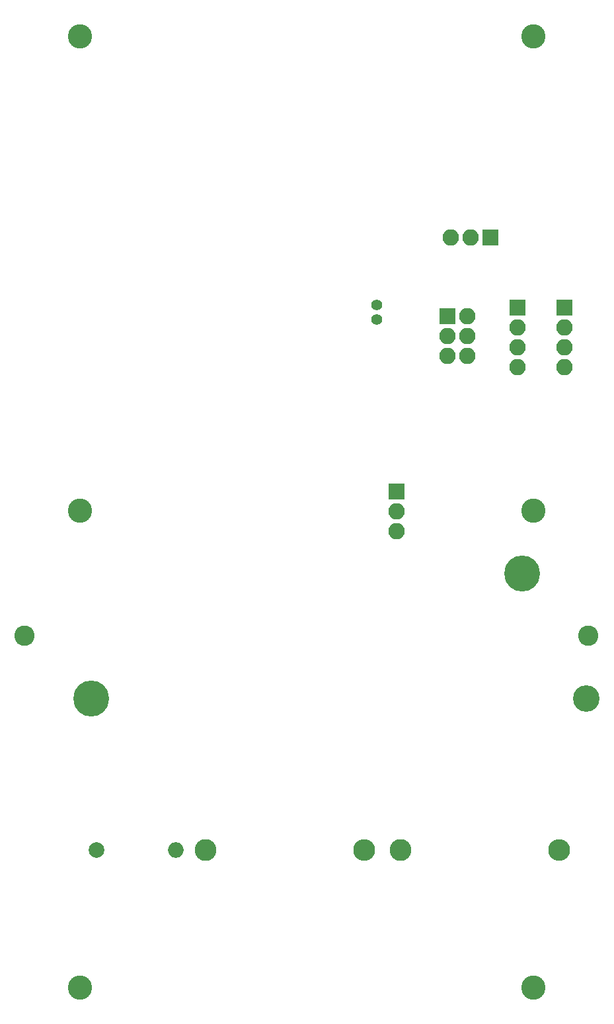
<source format=gbs>
G04 #@! TF.GenerationSoftware,KiCad,Pcbnew,(5.0.0)*
G04 #@! TF.CreationDate,2019-07-08T16:39:32+02:00*
G04 #@! TF.ProjectId,lofence,6C6F66656E63652E6B696361645F7063,rev?*
G04 #@! TF.SameCoordinates,Original*
G04 #@! TF.FileFunction,Soldermask,Bot*
G04 #@! TF.FilePolarity,Negative*
%FSLAX46Y46*%
G04 Gerber Fmt 4.6, Leading zero omitted, Abs format (unit mm)*
G04 Created by KiCad (PCBNEW (5.0.0)) date 07/08/19 16:39:32*
%MOMM*%
%LPD*%
G01*
G04 APERTURE LIST*
%ADD10C,3.400000*%
%ADD11C,4.600000*%
%ADD12C,2.600000*%
%ADD13C,1.400000*%
%ADD14O,2.100000X2.100000*%
%ADD15R,2.100000X2.100000*%
%ADD16O,2.800000X2.800000*%
%ADD17C,2.800000*%
%ADD18O,2.000000X2.000000*%
%ADD19C,2.000000*%
%ADD20C,3.100000*%
G04 APERTURE END LIST*
D10*
G04 #@! TO.C,BT1*
X109820000Y-126000000D03*
D11*
X101600000Y-110000000D03*
X46400000Y-126000000D03*
D12*
X37890000Y-118000000D03*
X110110000Y-118000000D03*
G04 #@! TD*
D13*
G04 #@! TO.C,Y1*
X83000000Y-75600000D03*
X83000000Y-77500000D03*
G04 #@! TD*
D14*
G04 #@! TO.C,J3*
X94540000Y-82180000D03*
X92000000Y-82180000D03*
X94540000Y-79640000D03*
X92000000Y-79640000D03*
X94540000Y-77100000D03*
D15*
X92000000Y-77100000D03*
G04 #@! TD*
G04 #@! TO.C,J4*
X107000000Y-76000000D03*
D14*
X107000000Y-78540000D03*
X107000000Y-81080000D03*
X107000000Y-83620000D03*
G04 #@! TD*
G04 #@! TO.C,J5*
X92420000Y-67000000D03*
X94960000Y-67000000D03*
D15*
X97500000Y-67000000D03*
G04 #@! TD*
D14*
G04 #@! TO.C,J6*
X101000000Y-83620000D03*
X101000000Y-81080000D03*
X101000000Y-78540000D03*
D15*
X101000000Y-76000000D03*
G04 #@! TD*
D16*
G04 #@! TO.C,R1*
X106383823Y-145441599D03*
D17*
X86063823Y-145441599D03*
G04 #@! TD*
G04 #@! TO.C,R2*
X61063823Y-145441599D03*
D16*
X81383823Y-145441599D03*
G04 #@! TD*
D18*
G04 #@! TO.C,R3*
X57223823Y-145441599D03*
D19*
X47063823Y-145441599D03*
G04 #@! TD*
D20*
G04 #@! TO.C,MH1*
X103000000Y-163000000D03*
G04 #@! TD*
G04 #@! TO.C,MH2*
X103000000Y-102000000D03*
G04 #@! TD*
G04 #@! TO.C,MH3*
X103000000Y-41250000D03*
G04 #@! TD*
G04 #@! TO.C,MH4*
X45000000Y-41250000D03*
G04 #@! TD*
G04 #@! TO.C,MH5*
X45000000Y-102000000D03*
G04 #@! TD*
G04 #@! TO.C,MH6*
X45000000Y-163000000D03*
G04 #@! TD*
D14*
G04 #@! TO.C,J8*
X85500000Y-104580000D03*
X85500000Y-102040000D03*
D15*
X85500000Y-99500000D03*
G04 #@! TD*
M02*

</source>
